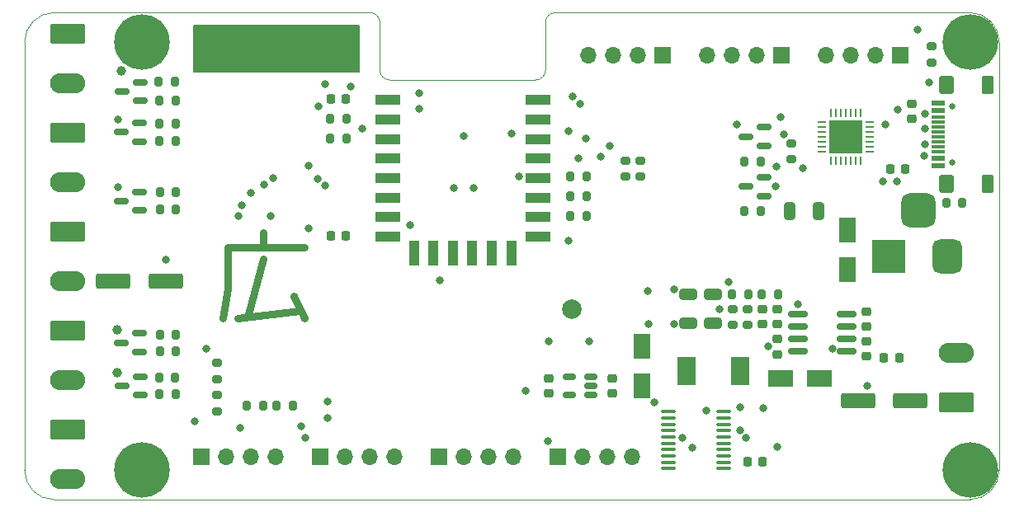
<source format=gts>
G04 #@! TF.GenerationSoftware,KiCad,Pcbnew,(5.99.0-10216-g675444a646)*
G04 #@! TF.CreationDate,2021-05-11T20:11:49+02:00*
G04 #@! TF.ProjectId,ESP-Hiro,4553502d-4869-4726-9f2e-6b696361645f,rev?*
G04 #@! TF.SameCoordinates,Original*
G04 #@! TF.FileFunction,Soldermask,Top*
G04 #@! TF.FilePolarity,Negative*
%FSLAX46Y46*%
G04 Gerber Fmt 4.6, Leading zero omitted, Abs format (unit mm)*
G04 Created by KiCad (PCBNEW (5.99.0-10216-g675444a646)) date 2021-05-11 20:11:49*
%MOMM*%
%LPD*%
G01*
G04 APERTURE LIST*
G04 Aperture macros list*
%AMRoundRect*
0 Rectangle with rounded corners*
0 $1 Rounding radius*
0 $2 $3 $4 $5 $6 $7 $8 $9 X,Y pos of 4 corners*
0 Add a 4 corners polygon primitive as box body*
4,1,4,$2,$3,$4,$5,$6,$7,$8,$9,$2,$3,0*
0 Add four circle primitives for the rounded corners*
1,1,$1+$1,$2,$3*
1,1,$1+$1,$4,$5*
1,1,$1+$1,$6,$7*
1,1,$1+$1,$8,$9*
0 Add four rect primitives between the rounded corners*
20,1,$1+$1,$2,$3,$4,$5,0*
20,1,$1+$1,$4,$5,$6,$7,0*
20,1,$1+$1,$6,$7,$8,$9,0*
20,1,$1+$1,$8,$9,$2,$3,0*%
G04 Aperture macros list end*
G04 #@! TA.AperFunction,Profile*
%ADD10C,0.050000*%
G04 #@! TD*
%ADD11C,0.800000*%
%ADD12C,0.150000*%
%ADD13O,1.600000X1.600000*%
%ADD14C,1.600000*%
%ADD15RoundRect,0.225000X-0.225000X-0.675000X0.225000X-0.675000X0.225000X0.675000X-0.225000X0.675000X0*%
%ADD16RoundRect,0.225000X-0.250000X0.225000X-0.250000X-0.225000X0.250000X-0.225000X0.250000X0.225000X0*%
%ADD17RoundRect,0.225000X0.250000X-0.225000X0.250000X0.225000X-0.250000X0.225000X-0.250000X-0.225000X0*%
%ADD18RoundRect,0.250000X0.650000X-0.325000X0.650000X0.325000X-0.650000X0.325000X-0.650000X-0.325000X0*%
%ADD19RoundRect,0.225000X-0.225000X-0.250000X0.225000X-0.250000X0.225000X0.250000X-0.225000X0.250000X0*%
%ADD20R,2.500000X1.800000*%
%ADD21RoundRect,0.150000X0.587500X0.150000X-0.587500X0.150000X-0.587500X-0.150000X0.587500X-0.150000X0*%
%ADD22RoundRect,0.200000X0.200000X0.275000X-0.200000X0.275000X-0.200000X-0.275000X0.200000X-0.275000X0*%
%ADD23RoundRect,0.200000X0.275000X-0.200000X0.275000X0.200000X-0.275000X0.200000X-0.275000X-0.200000X0*%
%ADD24RoundRect,0.200000X-0.200000X-0.275000X0.200000X-0.275000X0.200000X0.275000X-0.200000X0.275000X0*%
%ADD25RoundRect,0.200000X-0.275000X0.200000X-0.275000X-0.200000X0.275000X-0.200000X0.275000X0.200000X0*%
%ADD26RoundRect,0.150000X0.825000X0.150000X-0.825000X0.150000X-0.825000X-0.150000X0.825000X-0.150000X0*%
%ADD27R,1.700000X1.700000*%
%ADD28O,1.700000X1.700000*%
%ADD29RoundRect,0.150000X0.512500X0.150000X-0.512500X0.150000X-0.512500X-0.150000X0.512500X-0.150000X0*%
%ADD30RoundRect,0.250000X0.325000X0.650000X-0.325000X0.650000X-0.325000X-0.650000X0.325000X-0.650000X0*%
%ADD31RoundRect,0.225000X0.225000X0.250000X-0.225000X0.250000X-0.225000X-0.250000X0.225000X-0.250000X0*%
%ADD32R,1.800000X2.500000*%
%ADD33RoundRect,0.062500X0.337500X0.062500X-0.337500X0.062500X-0.337500X-0.062500X0.337500X-0.062500X0*%
%ADD34RoundRect,0.062500X0.062500X0.337500X-0.062500X0.337500X-0.062500X-0.337500X0.062500X-0.337500X0*%
%ADD35R,3.350000X3.350000*%
%ADD36C,0.650000*%
%ADD37R,1.450000X0.600000*%
%ADD38R,1.450000X0.300000*%
%ADD39RoundRect,0.120000X0.480000X-0.780000X0.480000X0.780000X-0.480000X0.780000X-0.480000X-0.780000X0*%
%ADD40RoundRect,0.145000X0.580000X-0.755000X0.580000X0.755000X-0.580000X0.755000X-0.580000X-0.755000X0*%
%ADD41RoundRect,0.249999X-1.550001X0.790001X-1.550001X-0.790001X1.550001X-0.790001X1.550001X0.790001X0*%
%ADD42O,3.600000X2.080000*%
%ADD43R,1.950000X3.000000*%
%ADD44C,5.700000*%
%ADD45R,2.500000X1.100000*%
%ADD46R,1.100000X2.500000*%
%ADD47RoundRect,0.250000X-1.500000X-0.550000X1.500000X-0.550000X1.500000X0.550000X-1.500000X0.550000X0*%
%ADD48RoundRect,0.249999X1.550001X-0.790001X1.550001X0.790001X-1.550001X0.790001X-1.550001X-0.790001X0*%
%ADD49RoundRect,0.100000X0.637500X0.100000X-0.637500X0.100000X-0.637500X-0.100000X0.637500X-0.100000X0*%
%ADD50R,3.500000X3.500000*%
%ADD51RoundRect,0.750000X0.750000X1.000000X-0.750000X1.000000X-0.750000X-1.000000X0.750000X-1.000000X0*%
%ADD52RoundRect,0.875000X0.875000X0.875000X-0.875000X0.875000X-0.875000X-0.875000X0.875000X-0.875000X0*%
%ADD53C,2.000000*%
%ADD54RoundRect,0.250000X1.500000X0.550000X-1.500000X0.550000X-1.500000X-0.550000X1.500000X-0.550000X0*%
%ADD55C,0.800000*%
%ADD56C,1.000000*%
G04 APERTURE END LIST*
D10*
X100000000Y-127000000D02*
X100000000Y-83000000D01*
X200000000Y-127000000D02*
G75*
G02*
X197000000Y-130000000I-3000000J0D01*
G01*
X100000000Y-83000000D02*
G75*
G02*
X103000000Y-80000000I3000000J0D01*
G01*
X154450000Y-80000000D02*
G75*
G03*
X153450000Y-81000000I0J-1000000D01*
G01*
X197000000Y-80000000D02*
X154450000Y-80000000D01*
X100000000Y-127000000D02*
G75*
G03*
X103000000Y-130000000I3000000J0D01*
G01*
X200000000Y-83000000D02*
X200000000Y-127000000D01*
X153450000Y-85900000D02*
G75*
G02*
X152450000Y-86900000I-1000000J0D01*
G01*
X136450000Y-81000000D02*
G75*
G03*
X135450000Y-80000000I-1000000J0D01*
G01*
X197000000Y-80000000D02*
G75*
G02*
X200000000Y-83000000I0J-3000000D01*
G01*
X136450000Y-85900000D02*
X136450000Y-81000000D01*
X153450000Y-85900000D02*
X153450000Y-81000000D01*
X103000000Y-80000000D02*
X135450000Y-80000000D01*
X137450000Y-86900000D02*
G75*
G02*
X136450000Y-85900000I0J1000000D01*
G01*
X137450000Y-86900000D02*
X152450000Y-86900000D01*
X197000000Y-130000000D02*
X103000000Y-130000000D01*
D11*
X120833333Y-104100000D02*
X128690476Y-104100000D01*
X124500000Y-102576190D02*
X124500000Y-104100000D01*
X124500000Y-105242857D02*
X122928571Y-110957142D01*
X120833333Y-104100000D02*
X120833333Y-108290476D01*
X120309523Y-111338095D01*
X121880952Y-111338095D02*
X128166666Y-110576190D01*
X127642857Y-109052380D02*
X128690476Y-111338095D01*
D12*
X134301200Y-81323600D02*
X117334000Y-81323600D01*
X117334000Y-81323600D02*
X117334000Y-86048000D01*
X117334000Y-86048000D02*
X134301200Y-86048000D01*
X134301200Y-86048000D02*
X134301200Y-81323600D01*
G36*
X134301200Y-86048000D02*
G01*
X117334000Y-86048000D01*
X117334000Y-81323600D01*
X134301200Y-81323600D01*
X134301200Y-86048000D01*
G37*
X134301200Y-86048000D02*
X117334000Y-86048000D01*
X117334000Y-81323600D01*
X134301200Y-81323600D01*
X134301200Y-86048000D01*
D13*
X130008600Y-82796800D03*
D14*
X122388600Y-82796800D03*
D15*
X127068600Y-82796800D03*
X125328600Y-82796800D03*
D16*
X186387000Y-113734000D03*
X186387000Y-115284000D03*
D17*
X177243000Y-115076002D03*
X177243000Y-113526002D03*
X186387000Y-112223000D03*
X186387000Y-110673000D03*
X177243000Y-112015002D03*
X177243000Y-110465002D03*
X175719000Y-112015002D03*
X175719000Y-110465002D03*
D18*
X168099000Y-111886002D03*
X168099000Y-108936002D03*
X170639000Y-111886002D03*
X170639000Y-108936002D03*
D19*
X131418000Y-88842000D03*
X132968000Y-88842000D03*
X131418000Y-102939000D03*
X132968000Y-102939000D03*
D17*
X160260000Y-119081000D03*
X160260000Y-117531000D03*
X153783000Y-119081000D03*
X153783000Y-117531000D03*
D20*
X177564000Y-117603002D03*
X181564000Y-117603002D03*
D21*
X111843000Y-89030000D03*
X111843000Y-87130000D03*
X109968000Y-88080000D03*
D22*
X177306000Y-108954002D03*
X175656000Y-108954002D03*
D23*
X172671000Y-112090002D03*
X172671000Y-110440002D03*
X174195000Y-112090002D03*
X174195000Y-110440002D03*
D24*
X172608000Y-108954002D03*
X174258000Y-108954002D03*
D23*
X161657000Y-96843000D03*
X161657000Y-95193000D03*
X163181000Y-96843000D03*
X163181000Y-95193000D03*
D22*
X157656000Y-96843000D03*
X156006000Y-96843000D03*
X157656000Y-98875000D03*
X156006000Y-98875000D03*
D24*
X131368000Y-92906000D03*
X133018000Y-92906000D03*
X131368000Y-90874000D03*
X133018000Y-90874000D03*
D22*
X157656000Y-100907000D03*
X156006000Y-100907000D03*
D25*
X119747000Y-119259000D03*
X119747000Y-120909000D03*
X119747000Y-115957000D03*
X119747000Y-117607000D03*
D24*
X113816600Y-88994400D03*
X115466600Y-88994400D03*
X113842000Y-93160000D03*
X115492000Y-93160000D03*
X113868900Y-100193200D03*
X115518900Y-100193200D03*
X113867400Y-114783000D03*
X115517400Y-114783000D03*
X113816600Y-119169600D03*
X115466600Y-119169600D03*
D22*
X115415800Y-87114800D03*
X113765800Y-87114800D03*
X115492000Y-91382000D03*
X113842000Y-91382000D03*
X115518900Y-98466000D03*
X113868900Y-98466000D03*
X115529600Y-113055800D03*
X113879600Y-113055800D03*
X115454400Y-117493200D03*
X113804400Y-117493200D03*
D26*
X184325000Y-114779000D03*
X184325000Y-113509000D03*
X184325000Y-112239000D03*
X184325000Y-110969000D03*
X179375000Y-110969000D03*
X179375000Y-112239000D03*
X179375000Y-113509000D03*
X179375000Y-114779000D03*
D27*
X177618000Y-84400000D03*
D28*
X175078000Y-84400000D03*
X172538000Y-84400000D03*
X169998000Y-84400000D03*
D29*
X158127500Y-119256000D03*
X158127500Y-118306000D03*
X158127500Y-117356000D03*
X155852500Y-117356000D03*
X155852500Y-119256000D03*
D16*
X190994000Y-89337000D03*
X190994000Y-90887000D03*
D30*
X181475000Y-100399000D03*
X178525000Y-100399000D03*
D31*
X190372000Y-96081000D03*
X188822000Y-96081000D03*
D32*
X184390000Y-106349800D03*
X184390000Y-102349800D03*
D21*
X175865500Y-98808500D03*
X175865500Y-96908500D03*
X173990500Y-97858500D03*
X175865500Y-93666000D03*
X175865500Y-91766000D03*
X173990500Y-92716000D03*
D23*
X193026000Y-85095000D03*
X193026000Y-83445000D03*
D22*
X196200000Y-99510000D03*
X194550000Y-99510000D03*
D25*
X178675000Y-93415000D03*
X178675000Y-95065000D03*
D22*
X175499000Y-100398500D03*
X173849000Y-100398500D03*
X175499000Y-95256000D03*
X173849000Y-95256000D03*
D33*
X186713000Y-94250000D03*
X186713000Y-93750000D03*
X186713000Y-93250000D03*
X186713000Y-92750000D03*
X186713000Y-92250000D03*
X186713000Y-91750000D03*
X186713000Y-91250000D03*
D34*
X185763000Y-90300000D03*
X185263000Y-90300000D03*
X184763000Y-90300000D03*
X184263000Y-90300000D03*
X183763000Y-90300000D03*
X183263000Y-90300000D03*
X182763000Y-90300000D03*
D33*
X181813000Y-91250000D03*
X181813000Y-91750000D03*
X181813000Y-92250000D03*
X181813000Y-92750000D03*
X181813000Y-93250000D03*
X181813000Y-93750000D03*
X181813000Y-94250000D03*
D34*
X182763000Y-95200000D03*
X183263000Y-95200000D03*
X183763000Y-95200000D03*
X184263000Y-95200000D03*
X184763000Y-95200000D03*
X185263000Y-95200000D03*
X185763000Y-95200000D03*
D35*
X184263000Y-92750000D03*
D36*
X195150000Y-95390000D03*
X195150000Y-89610000D03*
D37*
X193705000Y-95750000D03*
X193705000Y-94950000D03*
D38*
X193705000Y-93750000D03*
X193705000Y-92750000D03*
X193705000Y-92250000D03*
X193705000Y-91250000D03*
D37*
X193705000Y-90050000D03*
X193705000Y-89250000D03*
X193705000Y-89250000D03*
X193705000Y-90050000D03*
D38*
X193705000Y-90750000D03*
X193705000Y-91750000D03*
X193705000Y-93250000D03*
X193705000Y-94250000D03*
D37*
X193705000Y-94950000D03*
X193705000Y-95750000D03*
D39*
X198800000Y-97570000D03*
X198800000Y-87430000D03*
D40*
X194620000Y-97570000D03*
X194620000Y-87430000D03*
D41*
X104410000Y-122770000D03*
D42*
X104410000Y-127850000D03*
D41*
X104410000Y-92290000D03*
D42*
X104410000Y-97370000D03*
D41*
X104410000Y-82130000D03*
D42*
X104410000Y-87210000D03*
D41*
X104410000Y-102450000D03*
D42*
X104410000Y-107530000D03*
D41*
X104410000Y-112610000D03*
D42*
X104410000Y-117690000D03*
D43*
X167923200Y-116764200D03*
X173423200Y-116764200D03*
D21*
X111794500Y-93221000D03*
X111794500Y-91321000D03*
X109919500Y-92271000D03*
D27*
X142504000Y-125563000D03*
D28*
X145044000Y-125563000D03*
X147584000Y-125563000D03*
X150124000Y-125563000D03*
D44*
X112000000Y-83000000D03*
D24*
X125844000Y-120338000D03*
X127494000Y-120338000D03*
D44*
X197000000Y-83000000D03*
D21*
X111870700Y-119256000D03*
X111870700Y-117356000D03*
X109995700Y-118306000D03*
D44*
X112000000Y-127000000D03*
D45*
X137250000Y-88983000D03*
X137250000Y-90983000D03*
X137250000Y-92983000D03*
X137250000Y-94983000D03*
X137250000Y-96983000D03*
X137250000Y-98983000D03*
X137250000Y-100983000D03*
X137250000Y-102983000D03*
X152650000Y-102983000D03*
X152650000Y-100983000D03*
X152650000Y-98983000D03*
X152650000Y-96983000D03*
X152650000Y-94983000D03*
X152650000Y-92983000D03*
X152650000Y-90983000D03*
X152650000Y-88983000D03*
D46*
X139940000Y-104683000D03*
X141940000Y-104683000D03*
X143940000Y-104683000D03*
X145940000Y-104683000D03*
X147940000Y-104683000D03*
X149940000Y-104683000D03*
D31*
X175690000Y-126086000D03*
X174140000Y-126086000D03*
D22*
X124446000Y-120338000D03*
X122796000Y-120338000D03*
D27*
X130312000Y-125600000D03*
D28*
X132852000Y-125600000D03*
X135392000Y-125600000D03*
X137932000Y-125600000D03*
D32*
X163358000Y-118281600D03*
X163358000Y-114281600D03*
D47*
X109096000Y-107544000D03*
X114496000Y-107544000D03*
D27*
X165426000Y-84400000D03*
D28*
X162886000Y-84400000D03*
X160346000Y-84400000D03*
X157806000Y-84400000D03*
D21*
X111796000Y-100305000D03*
X111796000Y-98405000D03*
X109921000Y-99355000D03*
D48*
X195590000Y-120050000D03*
D42*
X195590000Y-114970000D03*
D19*
X188174000Y-115452998D03*
X189724000Y-115452998D03*
D27*
X118120000Y-125600000D03*
D28*
X120660000Y-125600000D03*
X123200000Y-125600000D03*
X125740000Y-125600000D03*
D44*
X197000000Y-127000000D03*
D49*
X171758500Y-126819000D03*
X171758500Y-126169000D03*
X171758500Y-125519000D03*
X171758500Y-124869000D03*
X171758500Y-124219000D03*
X171758500Y-123569000D03*
X171758500Y-122919000D03*
X171758500Y-122269000D03*
X171758500Y-121619000D03*
X171758500Y-120969000D03*
X166033500Y-120969000D03*
X166033500Y-121619000D03*
X166033500Y-122269000D03*
X166033500Y-122919000D03*
X166033500Y-123569000D03*
X166033500Y-124219000D03*
X166033500Y-124869000D03*
X166033500Y-125519000D03*
X166033500Y-126169000D03*
X166033500Y-126819000D03*
D50*
X188700000Y-105000000D03*
D51*
X194700000Y-105000000D03*
D52*
X191700000Y-100300000D03*
D27*
X154690000Y-125563000D03*
D28*
X157230000Y-125563000D03*
X159770000Y-125563000D03*
X162310000Y-125563000D03*
D27*
X189810000Y-84410000D03*
D28*
X187270000Y-84410000D03*
X184730000Y-84410000D03*
X182190000Y-84410000D03*
D53*
X156119000Y-110465000D03*
D54*
X190900000Y-119830000D03*
X185500000Y-119830000D03*
D21*
X111794500Y-114844000D03*
X111794500Y-112944000D03*
X109919500Y-113894000D03*
D55*
X186422000Y-118306000D03*
X183755000Y-92144000D03*
X109588500Y-97958000D03*
X153783000Y-113734000D03*
X129145000Y-102177000D03*
X117461000Y-121989000D03*
X172198000Y-107638000D03*
D56*
X109917200Y-85997200D03*
D55*
X192772000Y-87191000D03*
X131050000Y-119957000D03*
X130796000Y-87318000D03*
X157947800Y-113716200D03*
D56*
X109510800Y-112547800D03*
D55*
X167523286Y-123698714D03*
X109587000Y-91001000D03*
X114463000Y-105385000D03*
X175804000Y-120625000D03*
X155815000Y-103447000D03*
X191629000Y-81730000D03*
D56*
X109510800Y-116985200D03*
D55*
X118604000Y-114496000D03*
X189470000Y-97351000D03*
X189597000Y-89985000D03*
X128764000Y-123640000D03*
X166609200Y-108458400D03*
X131050000Y-121608000D03*
X163967600Y-108610800D03*
X184390000Y-106495000D03*
X133463000Y-87572000D03*
X151370000Y-118814000D03*
X145020000Y-92652000D03*
X130161000Y-89604000D03*
X129145000Y-95700000D03*
X123176000Y-98494000D03*
X140448000Y-88242000D03*
X140448000Y-89858000D03*
X157593000Y-92906000D03*
X159117000Y-94811000D03*
X160006000Y-93668000D03*
X150735000Y-96843000D03*
X155838567Y-92132567D03*
X149973000Y-92398000D03*
X156196000Y-88588000D03*
X144004000Y-97986000D03*
X156958000Y-89350000D03*
X130802223Y-97737186D03*
X156831000Y-94938000D03*
X146036000Y-97986000D03*
X124573000Y-97697000D03*
X134606000Y-91890000D03*
X122296608Y-99773608D03*
X139559000Y-101796000D03*
X153656000Y-124021000D03*
X164590118Y-120030698D03*
X142607000Y-107511000D03*
X125208000Y-100907000D03*
X121906000Y-100907000D03*
X125462000Y-96970000D03*
X130034000Y-97097000D03*
X173087000Y-91509000D03*
X177913000Y-92493000D03*
X177532000Y-90747000D03*
X179818000Y-95954000D03*
X188327000Y-91523000D03*
X188073000Y-97351000D03*
X177201000Y-124562000D03*
X168539286Y-124714714D03*
X176262000Y-114242000D03*
X182866000Y-114496000D03*
X184390000Y-102558000D03*
X192264000Y-94684000D03*
X192391000Y-90366000D03*
X173386134Y-122905161D03*
X173391000Y-120545500D03*
X177151000Y-95827000D03*
X177024000Y-97859000D03*
X192392741Y-93477000D03*
X192379998Y-91890000D03*
X169962000Y-120879000D03*
X171309000Y-110432000D03*
X179310000Y-109924000D03*
X128383000Y-122497000D03*
X122125000Y-122624000D03*
X163993000Y-112014400D03*
X166685400Y-111938200D03*
X174026000Y-123673000D03*
M02*

</source>
